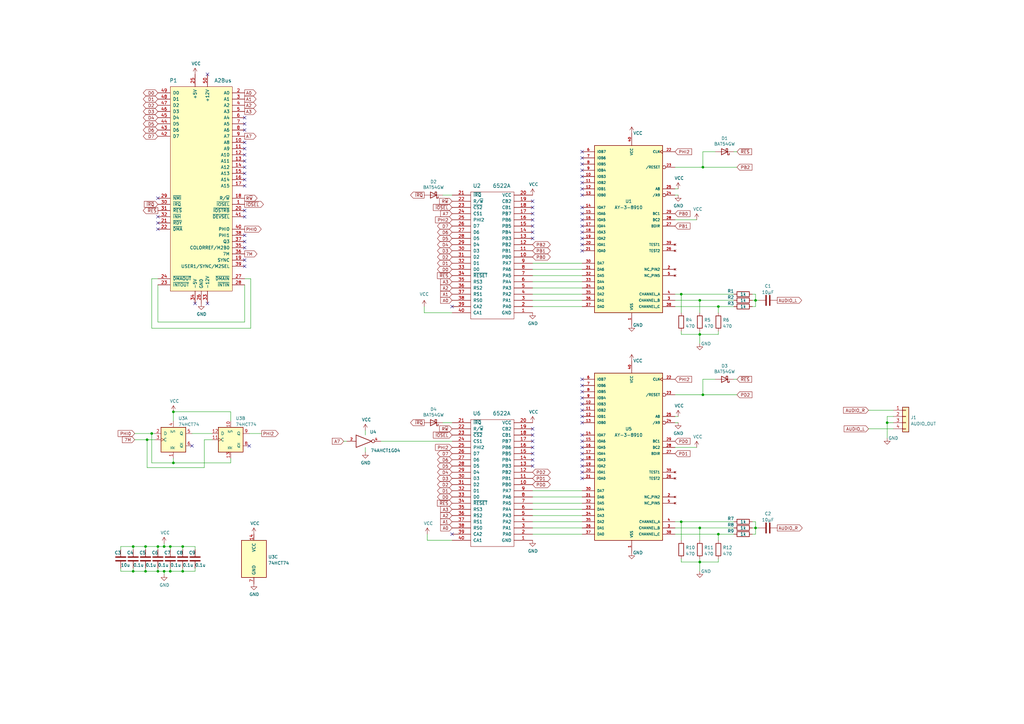
<source format=kicad_sch>
(kicad_sch (version 20211123) (generator eeschema)
  (paper "A3")
  (title_block (date "2022-03-08") (rev "0.1") (comment 1 "(Cloned from Apple II 32-GPIO Card by Scott Alfter)"))
  (junction (at 279.4 213.995))
  (junction (at 287.02 123.19))
  (junction (at 67.31 234.315))
  (junction (at 60.325 180.34))
  (junction (at 67.31 224.155))
  (junction (at 363.855 173.355))
  (junction (at 294.64 219.075))
  (junction (at 279.4 120.65))
  (junction (at 287.02 137.16))
  (junction (at 294.64 125.73))
  (junction (at 54.61 234.315))
  (junction (at 69.85 224.155))
  (junction (at 62.23 177.8))
  (junction (at 287.02 216.535))
  (junction (at 74.93 234.315))
  (junction (at 71.12 189.865))
  (junction (at 288.29 68.58))
  (junction (at 64.77 224.155))
  (junction (at 69.85 234.315))
  (junction (at 59.69 224.155))
  (junction (at 71.12 168.91))
  (junction (at 288.29 161.925))
  (junction (at 309.88 123.19))
  (junction (at 54.61 224.155))
  (junction (at 74.93 224.155))
  (junction (at 59.69 234.315))
  (junction (at 64.77 234.315))
  (junction (at 309.88 216.535))
  (junction (at 287.02 230.505))
  (no_connect (at 218.44 95.25))
  (no_connect (at 218.44 97.79))
  (no_connect (at 218.44 90.17))
  (no_connect (at 218.44 92.71))
  (no_connect (at 185.42 219.075))
  (no_connect (at 64.77 81.28))
  (no_connect (at 64.77 88.9))
  (no_connect (at 64.77 93.98))
  (no_connect (at 100.33 106.68))
  (no_connect (at 100.33 109.22))
  (no_connect (at 80.01 124.46))
  (no_connect (at 64.77 91.44))
  (no_connect (at 100.33 88.9))
  (no_connect (at 100.33 96.52))
  (no_connect (at 100.33 99.06))
  (no_connect (at 100.33 101.6))
  (no_connect (at 85.09 124.46))
  (no_connect (at 100.33 86.36))
  (no_connect (at 102.235 182.88))
  (no_connect (at 218.44 87.63))
  (no_connect (at 218.44 82.55))
  (no_connect (at 218.44 85.09))
  (no_connect (at 238.76 92.71))
  (no_connect (at 238.76 90.17))
  (no_connect (at 238.76 87.63))
  (no_connect (at 238.76 85.09))
  (no_connect (at 238.76 80.01))
  (no_connect (at 238.76 77.47))
  (no_connect (at 238.76 74.93))
  (no_connect (at 238.76 72.39))
  (no_connect (at 238.76 69.85))
  (no_connect (at 238.76 67.31))
  (no_connect (at 238.76 64.77))
  (no_connect (at 238.76 62.23))
  (no_connect (at 218.44 188.595))
  (no_connect (at 218.44 191.135))
  (no_connect (at 218.44 175.895))
  (no_connect (at 218.44 178.435))
  (no_connect (at 218.44 180.975))
  (no_connect (at 218.44 183.515))
  (no_connect (at 218.44 186.055))
  (no_connect (at 238.76 102.87))
  (no_connect (at 238.76 100.33))
  (no_connect (at 238.76 97.79))
  (no_connect (at 238.76 95.25))
  (no_connect (at 238.76 168.275))
  (no_connect (at 238.76 165.735))
  (no_connect (at 238.76 163.195))
  (no_connect (at 238.76 160.655))
  (no_connect (at 238.76 158.115))
  (no_connect (at 238.76 155.575))
  (no_connect (at 238.76 196.215))
  (no_connect (at 238.76 193.675))
  (no_connect (at 238.76 191.135))
  (no_connect (at 238.76 188.595))
  (no_connect (at 238.76 186.055))
  (no_connect (at 238.76 183.515))
  (no_connect (at 238.76 180.975))
  (no_connect (at 238.76 178.435))
  (no_connect (at 238.76 173.355))
  (no_connect (at 238.76 170.815))
  (no_connect (at 85.09 30.48))
  (no_connect (at 100.33 63.5))
  (no_connect (at 100.33 66.04))
  (no_connect (at 100.33 68.58))
  (no_connect (at 100.33 71.12))
  (no_connect (at 100.33 48.26))
  (no_connect (at 100.33 50.8))
  (no_connect (at 100.33 53.34))
  (no_connect (at 100.33 58.42))
  (no_connect (at 100.33 60.96))
  (no_connect (at 100.33 73.66))
  (no_connect (at 100.33 76.2))
  (no_connect (at 78.74 182.88))
  (no_connect (at 185.42 125.73))
  (wire (pts (xy 288.29 68.58) (xy 302.26 68.58)))
  (wire (pts (xy 276.86 161.925) (xy 288.29 161.925)))
  (wire (pts (xy 309.88 213.995) (xy 309.88 216.535)))
  (wire (pts (xy 67.31 235.585) (xy 67.31 234.315)))
  (wire (pts (xy 78.74 177.8) (xy 86.995 177.8)))
  (wire (pts (xy 309.88 216.535) (xy 308.61 216.535)))
  (wire (pts (xy 309.88 123.19) (xy 311.15 123.19)))
  (wire (pts (xy 294.64 219.075) (xy 294.64 221.615)))
  (wire (pts (xy 218.44 219.075) (xy 238.76 219.075)))
  (wire (pts (xy 74.93 225.425) (xy 74.93 224.155)))
  (wire (pts (xy 59.69 224.155) (xy 54.61 224.155)))
  (wire (pts (xy 156.21 180.975) (xy 185.42 180.975)))
  (wire (pts (xy 59.69 233.045) (xy 59.69 234.315)))
  (wire (pts (xy 173.99 128.27) (xy 173.99 125.73)))
  (wire (pts (xy 102.87 114.3) (xy 100.33 114.3)))
  (wire (pts (xy 308.61 213.995) (xy 309.88 213.995)))
  (wire (pts (xy 175.26 221.615) (xy 185.42 221.615)))
  (wire (pts (xy 300.99 155.575) (xy 302.26 155.575)))
  (wire (pts (xy 287.02 137.16) (xy 287.02 140.97)))
  (wire (pts (xy 363.855 173.355) (xy 363.855 170.815)))
  (wire (pts (xy 74.93 233.045) (xy 74.93 234.315)))
  (wire (pts (xy 102.235 177.8) (xy 107.315 177.8)))
  (wire (pts (xy 49.53 234.315) (xy 54.61 234.315)))
  (wire (pts (xy 83.82 180.34) (xy 86.995 180.34)))
  (wire (pts (xy 288.29 161.925) (xy 302.26 161.925)))
  (wire (pts (xy 279.4 137.16) (xy 287.02 137.16)))
  (wire (pts (xy 218.44 211.455) (xy 238.76 211.455)))
  (wire (pts (xy 293.37 62.23) (xy 288.29 62.23)))
  (wire (pts (xy 55.245 177.8) (xy 62.23 177.8)))
  (wire (pts (xy 181.61 173.355) (xy 185.42 173.355)))
  (wire (pts (xy 276.86 125.73) (xy 294.64 125.73)))
  (wire (pts (xy 287.02 230.505) (xy 287.02 229.235)))
  (wire (pts (xy 276.86 90.17) (xy 285.75 90.17)))
  (wire (pts (xy 94.615 168.91) (xy 94.615 172.72)))
  (wire (pts (xy 69.85 224.155) (xy 74.93 224.155)))
  (wire (pts (xy 218.44 208.915) (xy 238.76 208.915)))
  (wire (pts (xy 276.86 173.355) (xy 278.13 173.355)))
  (wire (pts (xy 60.325 180.34) (xy 60.325 191.77)))
  (wire (pts (xy 276.86 68.58) (xy 288.29 68.58)))
  (wire (pts (xy 63.5 180.34) (xy 60.325 180.34)))
  (wire (pts (xy 363.855 170.815) (xy 366.395 170.815)))
  (wire (pts (xy 218.44 216.535) (xy 238.76 216.535)))
  (wire (pts (xy 54.61 234.315) (xy 54.61 233.045)))
  (wire (pts (xy 293.37 155.575) (xy 288.29 155.575)))
  (wire (pts (xy 71.12 189.865) (xy 94.615 189.865)))
  (wire (pts (xy 62.23 177.8) (xy 62.23 189.865)))
  (wire (pts (xy 185.42 128.27) (xy 173.99 128.27)))
  (wire (pts (xy 279.4 213.995) (xy 300.99 213.995)))
  (wire (pts (xy 181.61 80.01) (xy 185.42 80.01)))
  (wire (pts (xy 100.33 132.08) (xy 100.33 116.84)))
  (wire (pts (xy 288.29 62.23) (xy 288.29 68.58)))
  (wire (pts (xy 276.86 80.01) (xy 278.13 80.01)))
  (wire (pts (xy 71.12 172.72) (xy 71.12 168.91)))
  (wire (pts (xy 74.93 224.155) (xy 80.01 224.155)))
  (wire (pts (xy 149.86 176.53) (xy 149.86 178.435)))
  (wire (pts (xy 94.615 189.865) (xy 94.615 187.96)))
  (wire (pts (xy 64.77 114.3) (xy 62.23 114.3)))
  (wire (pts (xy 218.44 113.03) (xy 238.76 113.03)))
  (wire (pts (xy 218.44 206.375) (xy 238.76 206.375)))
  (wire (pts (xy 62.23 189.865) (xy 71.12 189.865)))
  (wire (pts (xy 287.02 230.505) (xy 287.02 234.315)))
  (wire (pts (xy 69.85 234.315) (xy 74.93 234.315)))
  (wire (pts (xy 287.02 216.535) (xy 287.02 221.615)))
  (wire (pts (xy 276.86 216.535) (xy 287.02 216.535)))
  (wire (pts (xy 218.44 118.11) (xy 238.76 118.11)))
  (wire (pts (xy 218.44 123.19) (xy 238.76 123.19)))
  (wire (pts (xy 59.69 225.425) (xy 59.69 224.155)))
  (wire (pts (xy 80.01 224.155) (xy 80.01 225.425)))
  (wire (pts (xy 279.4 120.65) (xy 300.99 120.65)))
  (wire (pts (xy 59.69 234.315) (xy 64.77 234.315)))
  (wire (pts (xy 64.77 233.045) (xy 64.77 234.315)))
  (wire (pts (xy 279.4 229.235) (xy 279.4 230.505)))
  (wire (pts (xy 64.77 116.84) (xy 64.77 132.08)))
  (wire (pts (xy 300.99 62.23) (xy 302.26 62.23)))
  (wire (pts (xy 83.82 191.77) (xy 83.82 180.34)))
  (wire (pts (xy 287.02 230.505) (xy 294.64 230.505)))
  (wire (pts (xy 287.02 137.16) (xy 287.02 135.89)))
  (wire (pts (xy 62.23 134.62) (xy 102.87 134.62)))
  (wire (pts (xy 308.61 125.73) (xy 309.88 125.73)))
  (wire (pts (xy 294.64 230.505) (xy 294.64 229.235)))
  (wire (pts (xy 287.02 216.535) (xy 300.99 216.535)))
  (wire (pts (xy 54.61 224.155) (xy 54.61 225.425)))
  (wire (pts (xy 218.44 213.995) (xy 238.76 213.995)))
  (wire (pts (xy 308.61 219.075) (xy 309.88 219.075)))
  (wire (pts (xy 276.86 219.075) (xy 294.64 219.075)))
  (wire (pts (xy 294.64 219.075) (xy 300.99 219.075)))
  (wire (pts (xy 218.44 125.73) (xy 238.76 125.73)))
  (wire (pts (xy 287.02 137.16) (xy 294.64 137.16)))
  (wire (pts (xy 279.4 120.65) (xy 279.4 128.27)))
  (wire (pts (xy 288.29 155.575) (xy 288.29 161.925)))
  (wire (pts (xy 294.64 137.16) (xy 294.64 135.89)))
  (wire (pts (xy 102.87 134.62) (xy 102.87 114.3)))
  (wire (pts (xy 276.86 123.19) (xy 287.02 123.19)))
  (wire (pts (xy 69.85 233.045) (xy 69.85 234.315)))
  (wire (pts (xy 59.69 224.155) (xy 64.77 224.155)))
  (wire (pts (xy 218.44 107.95) (xy 238.76 107.95)))
  (wire (pts (xy 49.53 233.045) (xy 49.53 234.315)))
  (wire (pts (xy 67.31 224.155) (xy 69.85 224.155)))
  (wire (pts (xy 59.69 234.315) (xy 54.61 234.315)))
  (wire (pts (xy 279.4 213.995) (xy 279.4 221.615)))
  (wire (pts (xy 309.88 216.535) (xy 311.15 216.535)))
  (wire (pts (xy 309.88 125.73) (xy 309.88 123.19)))
  (wire (pts (xy 366.395 173.355) (xy 363.855 173.355)))
  (wire (pts (xy 294.64 125.73) (xy 300.99 125.73)))
  (wire (pts (xy 175.26 219.075) (xy 175.26 221.615)))
  (wire (pts (xy 218.44 115.57) (xy 238.76 115.57)))
  (wire (pts (xy 71.12 168.91) (xy 94.615 168.91)))
  (wire (pts (xy 60.325 191.77) (xy 83.82 191.77)))
  (wire (pts (xy 287.02 123.19) (xy 300.99 123.19)))
  (wire (pts (xy 64.77 225.425) (xy 64.77 224.155)))
  (wire (pts (xy 63.5 177.8) (xy 62.23 177.8)))
  (wire (pts (xy 363.855 173.355) (xy 363.855 179.705)))
  (wire (pts (xy 64.77 132.08) (xy 100.33 132.08)))
  (wire (pts (xy 140.97 180.975) (xy 142.24 180.975)))
  (wire (pts (xy 67.31 222.885) (xy 67.31 224.155)))
  (wire (pts (xy 69.85 224.155) (xy 69.85 225.425)))
  (wire (pts (xy 356.235 168.275) (xy 366.395 168.275)))
  (wire (pts (xy 71.12 187.96) (xy 71.12 189.865)))
  (wire (pts (xy 218.44 203.835) (xy 238.76 203.835)))
  (wire (pts (xy 54.61 224.155) (xy 49.53 224.155)))
  (wire (pts (xy 309.88 120.65) (xy 309.88 123.19)))
  (wire (pts (xy 149.86 183.515) (xy 149.86 185.42)))
  (wire (pts (xy 276.86 183.515) (xy 285.75 183.515)))
  (wire (pts (xy 67.31 234.315) (xy 69.85 234.315)))
  (wire (pts (xy 74.93 234.315) (xy 80.01 234.315)))
  (wire (pts (xy 279.4 230.505) (xy 287.02 230.505)))
  (wire (pts (xy 64.77 234.315) (xy 67.31 234.315)))
  (wire (pts (xy 309.88 219.075) (xy 309.88 216.535)))
  (wire (pts (xy 309.88 123.19) (xy 308.61 123.19)))
  (wire (pts (xy 287.02 123.19) (xy 287.02 128.27)))
  (wire (pts (xy 218.44 120.65) (xy 238.76 120.65)))
  (wire (pts (xy 64.77 224.155) (xy 67.31 224.155)))
  (wire (pts (xy 80.01 234.315) (xy 80.01 233.045)))
  (wire (pts (xy 276.86 77.47) (xy 278.13 77.47)))
  (wire (pts (xy 276.86 120.65) (xy 279.4 120.65)))
  (wire (pts (xy 356.235 175.895) (xy 366.395 175.895)))
  (wire (pts (xy 218.44 201.295) (xy 238.76 201.295)))
  (wire (pts (xy 308.61 120.65) (xy 309.88 120.65)))
  (wire (pts (xy 218.44 110.49) (xy 238.76 110.49)))
  (wire (pts (xy 294.64 125.73) (xy 294.64 128.27)))
  (wire (pts (xy 276.86 213.995) (xy 279.4 213.995)))
  (wire (pts (xy 49.53 224.155) (xy 49.53 225.425)))
  (wire (pts (xy 55.245 180.34) (xy 60.325 180.34)))
  (wire (pts (xy 62.23 114.3) (xy 62.23 134.62)))
  (wire (pts (xy 279.4 135.89) (xy 279.4 137.16)))
  (wire (pts (xy 276.86 170.815) (xy 278.13 170.815)))
  (global_label "D7" (shape bidirectional) (at 185.42 186.055 180) (property "Intersheet References" "${INTERSHEET_REFS}" (effects hide)))
  (global_label "R~{W}" (shape input) (at 185.42 82.55 180) (property "Intersheet References" "${INTERSHEET_REFS}" (effects hide)))
  (global_label "PHI2" (shape output) (at 107.315 177.8 0) (property "Intersheet References" "${INTERSHEET_REFS}" (effects hide)))
  (global_label "AUDIO_R" (shape input) (at 356.235 168.275 180) (property "Intersheet References" "${INTERSHEET_REFS}" (effects hide)))
  (global_label "~{RES}" (shape input) (at 302.26 62.23 0) (property "Intersheet References" "${INTERSHEET_REFS}" (effects hide)))
  (global_label "PD1" (shape input) (at 276.86 186.055 0) (property "Intersheet References" "${INTERSHEET_REFS}" (effects hide)))
  (global_label "PD2" (shape bidirectional) (at 218.44 193.675 0) (property "Intersheet References" "${INTERSHEET_REFS}" (effects hide)))
  (global_label "D6" (shape bidirectional) (at 185.42 95.25 180) (property "Intersheet References" "${INTERSHEET_REFS}" (effects hide)))
  (global_label "A3" (shape input) (at 185.42 208.915 180) (property "Intersheet References" "${INTERSHEET_REFS}" (effects hide)))
  (global_label "D5" (shape bidirectional) (at 185.42 191.135 180) (property "Intersheet References" "${INTERSHEET_REFS}" (effects hide)))
  (global_label "D3" (shape bidirectional) (at 185.42 196.215 180) (property "Intersheet References" "${INTERSHEET_REFS}" (effects hide)))
  (global_label "A1" (shape input) (at 185.42 213.995 180) (property "Intersheet References" "${INTERSHEET_REFS}" (effects hide)))
  (global_label "~{IOSEL}" (shape output) (at 100.33 83.82 0) (property "Intersheet References" "${INTERSHEET_REFS}" (effects hide)))
  (global_label "D4" (shape bidirectional) (at 185.42 100.33 180) (property "Intersheet References" "${INTERSHEET_REFS}" (effects hide)))
  (global_label "D7" (shape bidirectional) (at 64.77 55.88 180) (property "Intersheet References" "${INTERSHEET_REFS}" (effects hide)))
  (global_label "D2" (shape bidirectional) (at 185.42 105.41 180) (property "Intersheet References" "${INTERSHEET_REFS}" (effects hide)))
  (global_label "PHI2" (shape input) (at 276.86 62.23 0) (property "Intersheet References" "${INTERSHEET_REFS}" (effects hide)))
  (global_label "~{RES}" (shape input) (at 185.42 113.03 180) (property "Intersheet References" "${INTERSHEET_REFS}" (effects hide)))
  (global_label "PHI0" (shape input) (at 55.245 177.8 180) (property "Intersheet References" "${INTERSHEET_REFS}" (effects hide)))
  (global_label "A7" (shape input) (at 185.42 87.63 180) (property "Intersheet References" "${INTERSHEET_REFS}" (effects hide)))
  (global_label "PD2" (shape input) (at 302.26 161.925 0) (property "Intersheet References" "${INTERSHEET_REFS}" (effects hide)))
  (global_label "AUDIO_L" (shape input) (at 356.235 175.895 180) (property "Intersheet References" "${INTERSHEET_REFS}" (effects hide)))
  (global_label "A0" (shape output) (at 100.33 38.1 0) (property "Intersheet References" "${INTERSHEET_REFS}" (effects hide)))
  (global_label "D5" (shape bidirectional) (at 64.77 50.8 180) (property "Intersheet References" "${INTERSHEET_REFS}" (effects hide)))
  (global_label "A3" (shape input) (at 185.42 115.57 180) (property "Intersheet References" "${INTERSHEET_REFS}" (effects hide)))
  (global_label "PB0" (shape bidirectional) (at 218.44 105.41 0) (property "Intersheet References" "${INTERSHEET_REFS}" (effects hide)))
  (global_label "PB2" (shape bidirectional) (at 218.44 100.33 0) (property "Intersheet References" "${INTERSHEET_REFS}" (effects hide)))
  (global_label "D6" (shape bidirectional) (at 185.42 188.595 180) (property "Intersheet References" "${INTERSHEET_REFS}" (effects hide)))
  (global_label "A3" (shape output) (at 100.33 45.72 0) (property "Intersheet References" "${INTERSHEET_REFS}" (effects hide)))
  (global_label "D3" (shape bidirectional) (at 185.42 102.87 180) (property "Intersheet References" "${INTERSHEET_REFS}" (effects hide)))
  (global_label "PD0" (shape bidirectional) (at 218.44 198.755 0) (property "Intersheet References" "${INTERSHEET_REFS}" (effects hide)))
  (global_label "D0" (shape bidirectional) (at 64.77 38.1 180) (property "Intersheet References" "${INTERSHEET_REFS}" (effects hide)))
  (global_label "~{RES}" (shape output) (at 64.77 86.36 180) (property "Intersheet References" "${INTERSHEET_REFS}" (effects hide)))
  (global_label "~{IOSEL}" (shape input) (at 185.42 178.435 180) (property "Intersheet References" "${INTERSHEET_REFS}" (effects hide)))
  (global_label "7M" (shape input) (at 55.245 180.34 180) (property "Intersheet References" "${INTERSHEET_REFS}" (effects hide)))
  (global_label "A0" (shape input) (at 185.42 216.535 180) (property "Intersheet References" "${INTERSHEET_REFS}" (effects hide)))
  (global_label "R~{W}" (shape output) (at 100.33 81.28 0) (property "Intersheet References" "${INTERSHEET_REFS}" (effects hide)))
  (global_label "PHI2" (shape input) (at 185.42 183.515 180) (property "Intersheet References" "${INTERSHEET_REFS}" (effects hide)))
  (global_label "A2" (shape output) (at 100.33 43.18 0) (property "Intersheet References" "${INTERSHEET_REFS}" (effects hide)))
  (global_label "~{RES}" (shape input) (at 302.26 155.575 0) (property "Intersheet References" "${INTERSHEET_REFS}" (effects hide)))
  (global_label "D1" (shape bidirectional) (at 64.77 40.64 180) (property "Intersheet References" "${INTERSHEET_REFS}" (effects hide)))
  (global_label "D1" (shape bidirectional) (at 185.42 201.295 180) (property "Intersheet References" "${INTERSHEET_REFS}" (effects hide)))
  (global_label "D4" (shape bidirectional) (at 185.42 193.675 180) (property "Intersheet References" "${INTERSHEET_REFS}" (effects hide)))
  (global_label "D1" (shape bidirectional) (at 185.42 107.95 180) (property "Intersheet References" "${INTERSHEET_REFS}" (effects hide)))
  (global_label "A7" (shape input) (at 140.97 180.975 180) (property "Intersheet References" "${INTERSHEET_REFS}" (effects hide)))
  (global_label "A7" (shape output) (at 100.33 55.88 0) (property "Intersheet References" "${INTERSHEET_REFS}" (effects hide)))
  (global_label "D0" (shape bidirectional) (at 185.42 110.49 180) (property "Intersheet References" "${INTERSHEET_REFS}" (effects hide)))
  (global_label "D0" (shape bidirectional) (at 185.42 203.835 180) (property "Intersheet References" "${INTERSHEET_REFS}" (effects hide)))
  (global_label "D4" (shape bidirectional) (at 64.77 48.26 180) (property "Intersheet References" "${INTERSHEET_REFS}" (effects hide)))
  (global_label "PB0" (shape input) (at 276.86 87.63 0) (property "Intersheet References" "${INTERSHEET_REFS}" (effects hide)))
  (global_label "A2" (shape input) (at 185.42 118.11 180) (property "Intersheet References" "${INTERSHEET_REFS}" (effects hide)))
  (global_label "~{IRQ}" (shape output) (at 173.99 173.355 180) (property "Intersheet References" "${INTERSHEET_REFS}" (effects hide)))
  (global_label "PHI2" (shape input) (at 185.42 90.17 180) (property "Intersheet References" "${INTERSHEET_REFS}" (effects hide)))
  (global_label "A1" (shape output) (at 100.33 40.64 0) (property "Intersheet References" "${INTERSHEET_REFS}" (effects hide)))
  (global_label "A1" (shape input) (at 185.42 120.65 180) (property "Intersheet References" "${INTERSHEET_REFS}" (effects hide)))
  (global_label "A2" (shape input) (at 185.42 211.455 180) (property "Intersheet References" "${INTERSHEET_REFS}" (effects hide)))
  (global_label "PHI2" (shape input) (at 276.86 155.575 0) (property "Intersheet References" "${INTERSHEET_REFS}" (effects hide)))
  (global_label "R~{W}" (shape input) (at 185.42 175.895 180) (property "Intersheet References" "${INTERSHEET_REFS}" (effects hide)))
  (global_label "D5" (shape bidirectional) (at 185.42 97.79 180) (property "Intersheet References" "${INTERSHEET_REFS}" (effects hide)))
  (global_label "PD1" (shape bidirectional) (at 218.44 196.215 0) (property "Intersheet References" "${INTERSHEET_REFS}" (effects hide)))
  (global_label "D2" (shape bidirectional) (at 185.42 198.755 180) (property "Intersheet References" "${INTERSHEET_REFS}" (effects hide)))
  (global_label "~{IRQ}" (shape output) (at 173.99 80.01 180) (property "Intersheet References" "${INTERSHEET_REFS}" (effects hide)))
  (global_label "AUDIO_L" (shape output) (at 318.77 123.19 0) (property "Intersheet References" "${INTERSHEET_REFS}" (effects hide)))
  (global_label "PB1" (shape bidirectional) (at 218.44 102.87 0) (property "Intersheet References" "${INTERSHEET_REFS}" (effects hide)))
  (global_label "D3" (shape bidirectional) (at 64.77 45.72 180) (property "Intersheet References" "${INTERSHEET_REFS}" (effects hide)))
  (global_label "PD0" (shape input) (at 276.86 180.975 0) (property "Intersheet References" "${INTERSHEET_REFS}" (effects hide)))
  (global_label "D7" (shape bidirectional) (at 185.42 92.71 180) (property "Intersheet References" "${INTERSHEET_REFS}" (effects hide)))
  (global_label "PB1" (shape input) (at 276.86 92.71 0) (property "Intersheet References" "${INTERSHEET_REFS}" (effects hide)))
  (global_label "D2" (shape bidirectional) (at 64.77 43.18 180) (property "Intersheet References" "${INTERSHEET_REFS}" (effects hide)))
  (global_label "AUDIO_R" (shape output) (at 318.77 216.535 0) (property "Intersheet References" "${INTERSHEET_REFS}" (effects hide)))
  (global_label "D6" (shape bidirectional) (at 64.77 53.34 180) (property "Intersheet References" "${INTERSHEET_REFS}" (effects hide)))
  (global_label "~{IOSEL}" (shape input) (at 185.42 85.09 180) (property "Intersheet References" "${INTERSHEET_REFS}" (effects hide)))
  (global_label "~{IRQ}" (shape input) (at 64.77 83.82 180) (property "Intersheet References" "${INTERSHEET_REFS}" (effects hide)))
  (global_label "PHI0" (shape output) (at 100.33 93.98 0) (property "Intersheet References" "${INTERSHEET_REFS}" (effects hide)))
  (global_label "7M" (shape output) (at 100.33 104.14 0) (property "Intersheet References" "${INTERSHEET_REFS}" (effects hide)))
  (global_label "~{RES}" (shape input) (at 185.42 206.375 180) (property "Intersheet References" "${INTERSHEET_REFS}" (effects hide)))
  (global_label "A0" (shape input) (at 185.42 123.19 180) (property "Intersheet References" "${INTERSHEET_REFS}" (effects hide)))
  (global_label "PB2" (shape input) (at 302.26 68.58 0) (property "Intersheet References" "${INTERSHEET_REFS}" (effects hide)))
  (symbol (lib_id "apple2:A2Bus") (at 82.55 76.2 0) (unit 1)
    (property "Reference" "P1" (at 71.12 33.02 0) (effects (font (size 1.524 1.524))))
    (property "Value" "A2Bus" (at 91.44 33.02 0) (effects (font (size 1.524 1.524))))
    (property "Footprint" "apple2-bus:Male_Card-Edge_50_pin__100_mil" (effects hide))
    (property "Datasheet" "https://allpinouts.org/pinouts/connectors/buses/apple-ii-slot/" (effects hide))
    (property "Critical" "y" (effects hide))
    (property "Description" "Apple II expansion slot" (effects hide))
    (property "Qty Per Unit" "0" (effects hide))
    (property "Subs OK?" "n" (effects hide))
  )
  (symbol (lib_name "WD65C22_1") (lib_id "65xx:WD65C22") (at 201.93 105.41 180) (unit 1)
    (property "Reference" "U2" (at 195.58 76.2 0) (effects (font (size 1.524 1.524))))
    (property "Value" "6522A" (at 205.74 76.2 0) (effects (font (size 1.524 1.524))))
    (property "Footprint" "Package_DIP:DIP-40_W15.24mm" (effects hide))
    (property "Datasheet" "http://www.westerndesigncenter.com/wdc/documentation/w65c22.pdf" (effects hide))
    (property "Critical" "n" (effects hide))
    (property "Description" "Versatile Interface Adapter" (effects hide))
    (property "Manufacturer" "Western Design Center" (effects hide))
    (property "JEDEC Pkg" "40-DIP" (effects hide))
    (property "Mfr PN" "W65C22S6TPG-14" (effects hide))
    (property "Qty Per Unit" "1" (effects hide))
    (property "Subs OK?" "y" (effects hide))
    (property "Vendor 1 PN" "955-W65C22S6TPG-14" (effects hide))
    (property "Vendor 1 URL" "https://www.mouser.com/ProductDetail/Western-Design-Center-WDC/W65C22S6TPG-14?qs=%2fha2pyFaduiPoUewmeSNS2V2xAikbXJXjDI3LvDLIQQGtauOEzdaYGsMcmJ3fMK7" (effects hide))
  )
  (symbol (lib_id "power:GND") (at 82.55 124.46 0) (unit 1)
    (property "Reference" "#PWR07" (effects hide))
    (property "Value" "GND" (at 82.677 128.8542 0))
  )
  (symbol (lib_id "power:VCC") (at 80.01 30.48 0) (unit 1)
    (property "Reference" "#PWR01" (effects hide))
    (property "Value" "VCC" (at 80.4418 26.0858 0))
  )
  (symbol (lib_id "power:VCC") (at 218.44 173.355 0) (unit 1)
    (property "Reference" "#PWR015" (effects hide))
    (property "Value" "VCC" (at 218.8718 168.9608 0))
  )
  (symbol (lib_id "power:VCC") (at 218.44 80.01 0) (unit 1)
    (property "Reference" "#PWR04" (effects hide))
    (property "Value" "VCC" (at 218.8718 75.6158 0))
  )
  (symbol (lib_id "power:GND") (at 218.44 221.615 0) (unit 1)
    (property "Reference" "#PWR023" (effects hide))
    (property "Value" "GND" (at 218.567 226.0092 0))
  )
  (symbol (lib_id "power:GND") (at 218.44 128.27 0) (unit 1)
    (property "Reference" "#PWR09" (effects hide))
    (property "Value" "GND" (at 218.567 132.6642 0))
  )
  (symbol (lib_id "Device:C") (at 59.69 229.235 0) (unit 1)
    (property "Reference" "C5" (at 57.15 226.695 0) (effects (justify left)))
    (property "Value" "0.1u" (at 59.69 231.775 0) (effects (justify left)))
    (property "Footprint" "Capacitor_SMD:C_0805_2012Metric" (effects hide))
    (property "Critical" "n" (effects hide))
    (property "Description" "CAP CER 0.1UF 25V Y5V 0805" (effects hide))
    (property "JEDEC Pkg" "0805" (effects hide))
    (property "Manufacturer" "various" (effects hide))
    (property "Qty Per Unit" "1" (effects hide))
    (property "Subs OK?" "y" (effects hide))
    (property "Vendor 1 PN" "80-C0805C104Z3V" (effects hide))
    (property "Vendor 1 URL" "https://www.mouser.com/ProductDetail/KEMET/C0805C104Z3VACTU?qs=sGAEpiMZZMukHu%252bjC5l7YQmPQw%252bwfPYPv1U1XacUC1s%3d" (effects hide))
    (property "Vendor 2 PN" "1276-1286-1-ND" (effects hide))
    (property "Vendor 2 URL" "https://www.digikey.com/products/en?keywords=1276-1286-1-ND" (effects hide))
    (property "LCSC" "C2830722" (effects hide))
  )
  (symbol (lib_id "Device:C") (at 64.77 229.235 0) (unit 1)
    (property "Reference" "C6" (at 62.23 226.695 0) (effects (justify left)))
    (property "Value" "0.1u" (at 64.77 231.775 0) (effects (justify left)))
    (property "Footprint" "Capacitor_SMD:C_0805_2012Metric" (effects hide))
    (property "Critical" "n" (effects hide))
    (property "Description" "CAP CER 0.1UF 25V Y5V 0805" (effects hide))
    (property "JEDEC Pkg" "0805" (effects hide))
    (property "Manufacturer" "various" (effects hide))
    (property "Qty Per Unit" "1" (effects hide))
    (property "Subs OK?" "y" (effects hide))
    (property "Vendor 1 PN" "80-C0805C104Z3V" (effects hide))
    (property "Vendor 1 URL" "https://www.mouser.com/ProductDetail/KEMET/C0805C104Z3VACTU?qs=sGAEpiMZZMukHu%252bjC5l7YQmPQw%252bwfPYPv1U1XacUC1s%3d" (effects hide))
    (property "Vendor 2 PN" "1276-1286-1-ND" (effects hide))
    (property "Vendor 2 URL" "https://www.digikey.com/products/en?keywords=1276-1286-1-ND" (effects hide))
    (property "LCSC" "C2830722" (effects hide))
  )
  (symbol (lib_id "Device:C") (at 69.85 229.235 0) (unit 1)
    (property "Reference" "C7" (at 67.31 226.695 0) (effects (justify left)))
    (property "Value" "0.1u" (at 69.85 231.775 0) (effects (justify left)))
    (property "Footprint" "Capacitor_SMD:C_0805_2012Metric" (effects hide))
    (property "Critical" "n" (effects hide))
    (property "Description" "CAP CER 0.1UF 25V Y5V 0805" (effects hide))
    (property "JEDEC Pkg" "0805" (effects hide))
    (property "Manufacturer" "various" (effects hide))
    (property "Qty Per Unit" "1" (effects hide))
    (property "Subs OK?" "y" (effects hide))
    (property "Vendor 1 PN" "80-C0805C104Z3V" (effects hide))
    (property "Vendor 1 URL" "https://www.mouser.com/ProductDetail/KEMET/C0805C104Z3VACTU?qs=sGAEpiMZZMukHu%252bjC5l7YQmPQw%252bwfPYPv1U1XacUC1s%3d" (effects hide))
    (property "Vendor 2 PN" "1276-1286-1-ND" (effects hide))
    (property "Vendor 2 URL" "https://www.digikey.com/products/en?keywords=1276-1286-1-ND" (effects hide))
    (property "LCSC" "C2830722" (effects hide))
  )
  (symbol (lib_id "Device:C") (at 74.93 229.235 0) (unit 1)
    (property "Reference" "C8" (at 72.39 226.695 0) (effects (justify left)))
    (property "Value" "0.1u" (at 74.93 231.775 0) (effects (justify left)))
    (property "Footprint" "Capacitor_SMD:C_0805_2012Metric" (effects hide))
    (property "Critical" "n" (effects hide))
    (property "Description" "CAP CER 0.1UF 25V Y5V 0805" (effects hide))
    (property "JEDEC Pkg" "0805" (effects hide))
    (property "Manufacturer" "various" (effects hide))
    (property "Qty Per Unit" "1" (effects hide))
    (property "Subs OK?" "y" (effects hide))
    (property "Vendor 1 PN" "80-C0805C104Z3V" (effects hide))
    (property "Vendor 1 URL" "https://www.mouser.com/ProductDetail/KEMET/C0805C104Z3VACTU?qs=sGAEpiMZZMukHu%252bjC5l7YQmPQw%252bwfPYPv1U1XacUC1s%3d" (effects hide))
    (property "Vendor 2 PN" "1276-1286-1-ND" (effects hide))
    (property "Vendor 2 URL" "https://www.digikey.com/products/en?keywords=1276-1286-1-ND" (effects hide))
    (property "LCSC" "C2830722" (effects hide))
  )
  (symbol (lib_id "Device:C") (at 80.01 229.235 0) (unit 1)
    (property "Reference" "C9" (at 77.47 226.695 0) (effects (justify left)))
    (property "Value" "0.1u" (at 80.01 231.775 0) (effects (justify left)))
    (property "Footprint" "Capacitor_SMD:C_0805_2012Metric" (effects hide))
    (property "Critical" "n" (effects hide))
    (property "Description" "CAP CER 0.1UF 25V Y5V 0805" (effects hide))
    (property "JEDEC Pkg" "0805" (effects hide))
    (property "Manufacturer" "various" (effects hide))
    (property "Qty Per Unit" "1" (effects hide))
    (property "Subs OK?" "y" (effects hide))
    (property "Vendor 1 PN" "80-C0805C104Z3V" (effects hide))
    (property "Vendor 1 URL" "https://www.mouser.com/ProductDetail/KEMET/C0805C104Z3VACTU?qs=sGAEpiMZZMukHu%252bjC5l7YQmPQw%252bwfPYPv1U1XacUC1s%3d" (effects hide))
    (property "Vendor 2 PN" "1276-1286-1-ND" (effects hide))
    (property "Vendor 2 URL" "https://www.digikey.com/products/en?keywords=1276-1286-1-ND" (effects hide))
    (property "LCSC" "C2830722" (effects hide))
  )
  (symbol (lib_id "power:VCC") (at 67.31 222.885 0) (unit 1)
    (property "Reference" "#PWR024" (effects hide))
    (property "Value" "VCC" (at 67.7418 218.4908 0))
  )
  (symbol (lib_id "power:GND") (at 67.31 235.585 0) (unit 1)
    (property "Reference" "#PWR027" (effects hide))
    (property "Value" "GND" (at 67.437 239.9792 0))
  )
  (symbol (lib_id "Device:C") (at 49.53 229.235 0) (unit 1)
    (property "Reference" "C3" (at 46.99 226.695 0) (effects (justify left)))
    (property "Value" "10u" (at 49.53 231.775 0) (effects (justify left)))
    (property "Footprint" "Capacitor_SMD:C_0805_2012Metric" (effects hide))
    (property "Critical" "n" (effects hide))
    (property "Description" "CAP CER 10UF 10V X5R 0805" (effects hide))
    (property "JEDEC Pkg" "0805" (effects hide))
    (property "Manufacturer" "various" (effects hide))
    (property "Qty Per Unit" "1" (effects hide))
    (property "Subs OK?" "y" (effects hide))
    (property "Vendor 1 PN" "710-885012107010" (effects hide))
    (property "Vendor 1 URL" "https://www.mouser.com/ProductDetail/Wurth-Electronics/885012107010?qs=sGAEpiMZZMukHu%252bjC5l7YRTxnIahtzp%252bEFxWFMN7Dfw%3d" (effects hide))
    (property "Vendor 2 PN" "1276-1052-1-ND" (effects hide))
    (property "Vendor 2 URL" "https://www.digikey.com/products/en?keywords=1276-1052-1-ND" (effects hide))
    (property "LCSC" "C2830722" (effects hide))
  )
  (symbol (lib_id "Device:C") (at 54.61 229.235 0) (unit 1)
    (property "Reference" "C4" (at 52.07 226.695 0) (effects (justify left)))
    (property "Value" "0.1u" (at 54.61 231.775 0) (effects (justify left)))
    (property "Footprint" "Capacitor_SMD:C_0805_2012Metric" (effects hide))
    (property "Critical" "n" (effects hide))
    (property "Description" "CAP CER 0.1UF 25V Y5V 0805" (effects hide))
    (property "JEDEC Pkg" "0805" (effects hide))
    (property "Manufacturer" "various" (effects hide))
    (property "Qty Per Unit" "1" (effects hide))
    (property "Subs OK?" "y" (effects hide))
    (property "Vendor 1 PN" "80-C0805C104Z3V" (effects hide))
    (property "Vendor 1 URL" "https://www.mouser.com/ProductDetail/KEMET/C0805C104Z3VACTU?qs=sGAEpiMZZMukHu%252bjC5l7YQmPQw%252bwfPYPv1U1XacUC1s%3d" (effects hide))
    (property "Vendor 2 PN" "1276-1286-1-ND" (effects hide))
    (property "Vendor 2 URL" "https://www.digikey.com/products/en?keywords=1276-1286-1-ND" (effects hide))
    (property "LCSC" "C2830722" (effects hide))
  )
  (symbol (lib_id "Device:D_Schottky") (at 177.8 173.355 180) (unit 1)
    (property "Reference" "D4" (at 177.8 167.8686 0))
    (property "Value" "BAT54GW" (at 177.8 170.18 0))
    (property "Footprint" "Diode_SMD:D_SOD-123" (effects hide))
    (property "Datasheet" "https://www.mouser.com/datasheet/2/916/BAT54GW-1318921.pdf" (effects hide))
    (property "Manufacturer" "Nexperia" (effects hide))
    (property "Mfr PN" "BAT54GWJ" (effects hide))
    (property "Qty Per Unit" "1" (effects hide))
    (property "Vendor 1 PN" "841-BAT54GWJ" (effects hide))
    (property "Vendor 1 URL" "https://www.mouser.com/ProductDetail/Nexperia/BAT54GWJ?qs=sGAEpiMZZMtQ8nqTKtFS%2fH6mLkoTnrFe60zaUHUrWNWHqXt10QYm4g%3d%3d" (effects hide))
    (property "Vendor 2 PN" "1727-7328-2-ND" (effects hide))
    (property "Vendor 2 URL" "https://www.digikey.com/products/en?keywords=1727-7328-2-ND" (effects hide))
    (property "JEDEC Pkg" "SOD-123-2" (effects hide))
    (property "Subs OK?" "y" (effects hide))
    (property "Critical" "n" (effects hide))
    (property "Description" "DIODE SCHOTTKY 30V 200MA SOD123" (effects hide))
    (property "LCSC" "C77343" (effects hide))
  )
  (symbol (lib_id "Device:D_Schottky") (at 177.8 80.01 180) (unit 1)
    (property "Reference" "D2" (at 177.8 74.5236 0))
    (property "Value" "BAT54GW" (at 177.8 76.835 0))
    (property "Footprint" "Diode_SMD:D_SOD-123" (effects hide))
    (property "Datasheet" "https://www.mouser.com/datasheet/2/916/BAT54GW-1318921.pdf" (effects hide))
    (property "Manufacturer" "Nexperia" (effects hide))
    (property "Mfr PN" "BAT54GWJ" (effects hide))
    (property "Qty Per Unit" "1" (effects hide))
    (property "Vendor 1 PN" "841-BAT54GWJ" (effects hide))
    (property "Vendor 1 URL" "https://www.mouser.com/ProductDetail/Nexperia/BAT54GWJ?qs=sGAEpiMZZMtQ8nqTKtFS%2fH6mLkoTnrFe60zaUHUrWNWHqXt10QYm4g%3d%3d" (effects hide))
    (property "Vendor 2 PN" "1727-7328-2-ND" (effects hide))
    (property "Vendor 2 URL" "https://www.digikey.com/products/en?keywords=1727-7328-2-ND" (effects hide))
    (property "JEDEC Pkg" "SOD-123-2" (effects hide))
    (property "Subs OK?" "y" (effects hide))
    (property "Critical" "n" (effects hide))
    (property "Description" "DIODE SCHOTTKY 30V 200MA SOD123" (effects hide))
    (property "LCSC" "C77343" (effects hide))
  )
  (symbol (lib_id "Device:R") (at 294.64 225.425 0) (unit 1)
    (property "Reference" "R12" (at 296.418 224.5903 0) (effects (justify left)))
    (property "Value" "470" (at 296.418 227.1272 0) (effects (justify left)))
    (property "Footprint" "Resistor_SMD:R_0805_2012Metric" (effects hide))
    (property "LCSC" "C269542" (effects hide))
  )
  (symbol (lib_id "Connector_Generic:Conn_01x04") (at 371.475 170.815 0) (unit 1)
    (property "Reference" "J1" (at 373.507 171.2503 0) (effects (justify left)))
    (property "Value" "AUDIO_OUT" (at 373.507 173.7872 0) (effects (justify left)))
    (property "Footprint" "Connector_PinSocket_2.54mm:PinSocket_1x04_P2.54mm_Horizontal" (effects hide))
  )
  (symbol (lib_id "power:GND") (at 259.08 226.695 0) (unit 1)
    (property "Reference" "#PWR025" (effects hide))
    (property "Value" "GND" (at 261.62 226.695 0))
  )
  (symbol (lib_id "Device:C") (at 314.96 123.19 90) (unit 1)
    (property "Reference" "C1" (at 314.96 117.3312 90))
    (property "Value" "10μF" (at 314.96 119.8681 90))
    (property "Footprint" "Capacitor_SMD:C_0805_2012Metric" (effects hide))
    (property "LCSC" "C2835555" (effects hide))
  )
  (symbol (lib_id "Device:R") (at 304.8 120.65 90) (unit 1)
    (property "Reference" "R1" (at 299.72 119.38 90))
    (property "Value" "1k" (at 304.8 120.65 90))
    (property "Footprint" "Resistor_SMD:R_0805_2012Metric" (effects hide))
    (property "LCSC" "C325761" (effects hide))
  )
  (symbol (lib_id "Device:R") (at 304.8 213.995 90) (unit 1)
    (property "Reference" "R7" (at 299.72 212.725 90))
    (property "Value" "1k" (at 304.8 213.995 90))
    (property "Footprint" "Resistor_SMD:R_0805_2012Metric" (effects hide))
    (property "LCSC" "C325761" (effects hide))
  )
  (symbol (lib_name "AY-3-8910_2") (lib_id "AY-3-8910:AY-3-8910") (at 259.08 95.25 0) (unit 1)
    (property "Reference" "U1" (at 257.81 82.55 0))
    (property "Value" "AY-3-8910" (at 257.81 85.09 0))
    (property "Footprint" "Package_DIP:DIP-40_W15.24mm" (effects hide))
  )
  (symbol (lib_id "74xGxx:74AHCT1G04") (at 149.86 180.975 0) (unit 1)
    (property "Reference" "U4" (at 153.035 177.165 0))
    (property "Value" "74AHCT1G04" (at 158.115 184.785 0))
    (property "Footprint" "74ahct1g04:74AHCT1G04W5-7" (effects hide))
    (property "Datasheet" "http://www.ti.com/lit/sg/scyt129e/scyt129e.pdf" (effects hide))
    (property "LCSC" "C460498" (effects hide))
  )
  (symbol (lib_id "power:VCC") (at 173.99 125.73 0) (unit 1)
    (property "Reference" "#PWR08" (effects hide))
    (property "Value" "VCC" (at 173.99 120.65 0))
  )
  (symbol (lib_id "power:VCC") (at 104.14 219.075 0) (unit 1)
    (property "Reference" "#PWR021" (effects hide))
    (property "Value" "VCC" (at 104.5718 214.6808 0))
  )
  (symbol (lib_name "AY-3-8910_2") (lib_id "AY-3-8910:AY-3-8910") (at 259.08 188.595 0) (unit 1)
    (property "Reference" "U5" (at 257.81 175.895 0))
    (property "Value" "AY-3-8910" (at 257.81 178.435 0))
    (property "Footprint" "Package_DIP:DIP-40_W15.24mm" (effects hide))
  )
  (symbol (lib_id "Device:D_Schottky") (at 297.18 155.575 180) (unit 1)
    (property "Reference" "D3" (at 297.18 150.0886 0))
    (property "Value" "BAT54GW" (at 297.18 152.4 0))
    (property "Footprint" "Diode_SMD:D_SOD-123" (effects hide))
    (property "Datasheet" "https://www.mouser.com/datasheet/2/916/BAT54GW-1318921.pdf" (effects hide))
    (property "Manufacturer" "Nexperia" (effects hide))
    (property "Mfr PN" "BAT54GWJ" (effects hide))
    (property "Qty Per Unit" "1" (effects hide))
    (property "Vendor 1 PN" "841-BAT54GWJ" (effects hide))
    (property "Vendor 1 URL" "https://www.mouser.com/ProductDetail/Nexperia/BAT54GWJ?qs=sGAEpiMZZMtQ8nqTKtFS%2fH6mLkoTnrFe60zaUHUrWNWHqXt10QYm4g%3d%3d" (effects hide))
    (property "Vendor 2 PN" "1727-7328-2-ND" (effects hide))
    (property "Vendor 2 URL" "https://www.digikey.com/products/en?keywords=1727-7328-2-ND" (effects hide))
    (property "JEDEC Pkg" "SOD-123-2" (effects hide))
    (property "Subs OK?" "y" (effects hide))
    (property "Critical" "n" (effects hide))
    (property "Description" "DIODE SCHOTTKY 30V 200MA SOD123" (effects hide))
    (property "LCSC" "C77343" (effects hide))
  )
  (symbol (lib_id "power:VCC") (at 259.08 147.955 0) (unit 1)
    (property "Reference" "#PWR012" (effects hide))
    (property "Value" "VCC" (at 261.62 147.955 0))
  )
  (symbol (lib_id "power:GND") (at 278.13 80.01 0) (unit 1)
    (property "Reference" "#PWR05" (effects hide))
    (property "Value" "GND" (at 278.257 84.4042 0))
  )
  (symbol (lib_id "Device:D_Schottky") (at 297.18 62.23 180) (unit 1)
    (property "Reference" "D1" (at 297.18 56.7436 0))
    (property "Value" "BAT54GW" (at 297.18 59.055 0))
    (property "Footprint" "Diode_SMD:D_SOD-123" (effects hide))
    (property "Datasheet" "https://www.mouser.com/datasheet/2/916/BAT54GW-1318921.pdf" (effects hide))
    (property "Manufacturer" "Nexperia" (effects hide))
    (property "Mfr PN" "BAT54GWJ" (effects hide))
    (property "Qty Per Unit" "1" (effects hide))
    (property "Vendor 1 PN" "841-BAT54GWJ" (effects hide))
    (property "Vendor 1 URL" "https://www.mouser.com/ProductDetail/Nexperia/BAT54GWJ?qs=sGAEpiMZZMtQ8nqTKtFS%2fH6mLkoTnrFe60zaUHUrWNWHqXt10QYm4g%3d%3d" (effects hide))
    (property "Vendor 2 PN" "1727-7328-2-ND" (effects hide))
    (property "Vendor 2 URL" "https://www.digikey.com/products/en?keywords=1727-7328-2-ND" (effects hide))
    (property "JEDEC Pkg" "SOD-123-2" (effects hide))
    (property "Subs OK?" "y" (effects hide))
    (property "Critical" "n" (effects hide))
    (property "Description" "DIODE SCHOTTKY 30V 200MA SOD123" (effects hide))
    (property "LCSC" "C77343" (effects hide))
  )
  (symbol (lib_id "Device:R") (at 287.02 225.425 0) (unit 1)
    (property "Reference" "R11" (at 288.798 224.5903 0) (effects (justify left)))
    (property "Value" "470" (at 288.798 227.1272 0) (effects (justify left)))
    (property "Footprint" "Resistor_SMD:R_0805_2012Metric" (effects hide))
    (property "LCSC" "C269542" (effects hide))
  )
  (symbol (lib_id "power:GND") (at 149.86 185.42 0) (unit 1)
    (property "Reference" "#PWR020" (effects hide))
    (property "Value" "GND" (at 149.987 189.8142 0))
  )
  (symbol (lib_id "power:VCC") (at 278.13 170.815 0) (unit 1)
    (property "Reference" "#PWR014" (effects hide))
    (property "Value" "VCC" (at 278.5618 166.4208 0))
  )
  (symbol (lib_id "Device:R") (at 279.4 132.08 0) (unit 1)
    (property "Reference" "R4" (at 281.178 131.2453 0) (effects (justify left)))
    (property "Value" "470" (at 281.178 133.7822 0) (effects (justify left)))
    (property "Footprint" "Resistor_SMD:R_0805_2012Metric" (effects hide))
    (property "LCSC" "C269542" (effects hide))
  )
  (symbol (lib_id "Device:R") (at 304.8 219.075 90) (unit 1)
    (property "Reference" "R9" (at 299.72 217.805 90))
    (property "Value" "1k" (at 304.8 219.075 90))
    (property "Footprint" "Resistor_SMD:R_0805_2012Metric" (effects hide))
    (property "LCSC" "C325761" (effects hide))
  )
  (symbol (lib_id "Device:C") (at 314.96 216.535 90) (unit 1)
    (property "Reference" "C2" (at 314.96 210.6762 90))
    (property "Value" "10μF" (at 314.96 213.2131 90))
    (property "Footprint" "Capacitor_SMD:C_0805_2012Metric" (effects hide))
    (property "LCSC" "C2835555" (effects hide))
  )
  (symbol (lib_id "Device:R") (at 287.02 132.08 0) (unit 1)
    (property "Reference" "R5" (at 288.798 131.2453 0) (effects (justify left)))
    (property "Value" "470" (at 288.798 133.7822 0) (effects (justify left)))
    (property "Footprint" "Resistor_SMD:R_0805_2012Metric" (effects hide))
    (property "LCSC" "C269542" (effects hide))
  )
  (symbol (lib_id "power:VCC") (at 71.12 168.91 0) (unit 1)
    (property "Reference" "#PWR013" (effects hide))
    (property "Value" "VCC" (at 71.5518 164.5158 0))
  )
  (symbol (lib_id "Device:R") (at 294.64 132.08 0) (unit 1)
    (property "Reference" "R6" (at 296.418 131.2453 0) (effects (justify left)))
    (property "Value" "470" (at 296.418 133.7822 0) (effects (justify left)))
    (property "Footprint" "Resistor_SMD:R_0805_2012Metric" (effects hide))
    (property "LCSC" "C269542" (effects hide))
  )
  (symbol (lib_id "power:VCC") (at 175.26 219.075 0) (unit 1)
    (property "Reference" "#PWR022" (effects hide))
    (property "Value" "VCC" (at 175.6918 214.6808 0))
  )
  (symbol (lib_id "74xx:74LS74") (at 71.12 180.34 0) (unit 1)
    (property "Reference" "U3" (at 73.1394 171.5602 0) (effects (justify left)))
    (property "Value" "74HCT74" (at 73.1394 174.0971 0) (effects (justify left)))
    (property "Footprint" "Package_SO:TSSOP-14_4.4x5mm_P0.65mm" (effects hide))
    (property "Datasheet" "74xx/74hc_hct74.pdf" (effects hide))
    (property "LCSC" "C8164" (effects hide))
  )
  (symbol (lib_id "power:GND") (at 363.855 179.705 0) (unit 1)
    (property "Reference" "#PWR018" (effects hide))
    (property "Value" "GND" (at 366.395 179.705 0))
  )
  (symbol (lib_id "Device:R") (at 304.8 216.535 90) (unit 1)
    (property "Reference" "R8" (at 299.72 215.265 90))
    (property "Value" "1k" (at 304.8 216.535 90))
    (property "Footprint" "Resistor_SMD:R_0805_2012Metric" (effects hide))
    (property "LCSC" "C325761" (effects hide))
  )
  (symbol (lib_id "power:GND") (at 259.08 133.35 0) (unit 1)
    (property "Reference" "#PWR010" (effects hide))
    (property "Value" "GND" (at 261.62 133.35 0))
  )
  (symbol (lib_id "power:GND") (at 278.13 173.355 0) (unit 1)
    (property "Reference" "#PWR016" (effects hide))
    (property "Value" "GND" (at 278.257 177.7492 0))
  )
  (symbol (lib_id "Device:R") (at 279.4 225.425 0) (unit 1)
    (property "Reference" "R10" (at 281.178 224.5903 0) (effects (justify left)))
    (property "Value" "470" (at 281.178 227.1272 0) (effects (justify left)))
    (property "Footprint" "Resistor_SMD:R_0805_2012Metric" (effects hide))
    (property "LCSC" "C269542" (effects hide))
  )
  (symbol (lib_id "power:VCC") (at 285.75 90.17 0) (unit 1)
    (property "Reference" "#PWR06" (effects hide))
    (property "Value" "VCC" (at 286.1818 85.7758 0))
  )
  (symbol (lib_id "74xx:74LS74") (at 94.615 180.34 0) (unit 2)
    (property "Reference" "U3" (at 96.6344 171.5602 0) (effects (justify left)))
    (property "Value" "74HCT74" (at 96.6344 174.0971 0) (effects (justify left)))
    (property "Footprint" "Package_SO:TSSOP-14_4.4x5mm_P0.65mm" (effects hide))
    (property "Datasheet" "74xx/74hc_hct74.pdf" (effects hide))
    (property "LCSC" "C8164" (effects hide))
  )
  (symbol (lib_name "WD65C22_1") (lib_id "65xx:WD65C22") (at 201.93 198.755 180) (unit 1)
    (property "Reference" "U6" (at 195.58 169.545 0) (effects (font (size 1.524 1.524))))
    (property "Value" "6522A" (at 205.74 169.545 0) (effects (font (size 1.524 1.524))))
    (property "Footprint" "Package_DIP:DIP-40_W15.24mm" (effects hide))
    (property "Datasheet" "http://www.westerndesigncenter.com/wdc/documentation/w65c22.pdf" (effects hide))
    (property "Critical" "n" (effects hide))
    (property "Description" "Versatile Interface Adapter" (effects hide))
    (property "Manufacturer" "Western Design Center" (effects hide))
    (property "JEDEC Pkg" "40-DIP" (effects hide))
    (property "Mfr PN" "W65C22S6TPG-14" (effects hide))
    (property "Qty Per Unit" "1" (effects hide))
    (property "Subs OK?" "y" (effects hide))
    (property "Vendor 1 PN" "955-W65C22S6TPG-14" (effects hide))
    (property "Vendor 1 URL" "https://www.mouser.com/ProductDetail/Western-Design-Center-WDC/W65C22S6TPG-14?qs=%2fha2pyFaduiPoUewmeSNS2V2xAikbXJXjDI3LvDLIQQGtauOEzdaYGsMcmJ3fMK7" (effects hide))
  )
  (symbol (lib_id "Device:R") (at 304.8 123.19 90) (unit 1)
    (property "Reference" "R2" (at 299.72 121.92 90))
    (property "Value" "1k" (at 304.8 123.19 90))
    (property "Footprint" "Resistor_SMD:R_0805_2012Metric" (effects hide))
    (property "LCSC" "C325761" (effects hide))
  )
  (symbol (lib_id "power:VCC") (at 149.86 176.53 0) (unit 1)
    (property "Reference" "#PWR017" (effects hide))
    (property "Value" "VCC" (at 150.2918 172.1358 0))
  )
  (symbol (lib_id "74xx:74LS74") (at 104.14 229.235 0) (unit 3)
    (property "Reference" "U3" (at 109.982 228.4003 0) (effects (justify left)))
    (property "Value" "74HCT74" (at 109.982 230.9372 0) (effects (justify left)))
    (property "Footprint" "Package_SO:TSSOP-14_4.4x5mm_P0.65mm" (effects hide))
    (property "Datasheet" "74xx/74hc_hct74.pdf" (effects hide))
  )
  (symbol (lib_id "power:GND") (at 287.02 234.315 0) (unit 1)
    (property "Reference" "#PWR026" (effects hide))
    (property "Value" "GND" (at 289.56 234.315 0))
  )
  (symbol (lib_id "power:VCC") (at 285.75 183.515 0) (unit 1)
    (property "Reference" "#PWR019" (effects hide))
    (property "Value" "VCC" (at 286.1818 179.1208 0))
  )
  (symbol (lib_id "Device:R") (at 304.8 125.73 90) (unit 1)
    (property "Reference" "R3" (at 299.72 124.46 90))
    (property "Value" "1k" (at 304.8 125.73 90))
    (property "Footprint" "Resistor_SMD:R_0805_2012Metric" (effects hide))
    (property "LCSC" "C325761" (effects hide))
  )
  (symbol (lib_id "power:GND") (at 287.02 140.97 0) (unit 1)
    (property "Reference" "#PWR011" (effects hide))
    (property "Value" "GND" (at 289.56 140.97 0))
  )
  (symbol (lib_id "power:GND") (at 104.14 239.395 0) (unit 1)
    (property "Reference" "#PWR028" (effects hide))
    (property "Value" "GND" (at 104.267 243.7892 0))
  )
  (symbol (lib_id "power:VCC") (at 259.08 54.61 0) (unit 1)
    (property "Reference" "#PWR02" (effects hide))
    (property "Value" "VCC" (at 261.62 54.61 0))
  )
  (symbol (lib_id "power:VCC") (at 278.13 77.47 0) (unit 1)
    (property "Reference" "#PWR03" (effects hide))
    (property "Value" "VCC" (at 278.5618 73.0758 0))
  )
)
</source>
